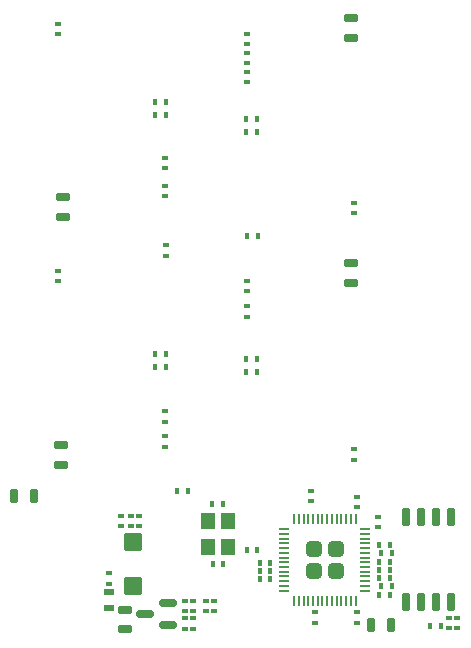
<source format=gbr>
G04 #@! TF.GenerationSoftware,KiCad,Pcbnew,(5.99.0-11678-ga208dac8d8)*
G04 #@! TF.CreationDate,2021-08-12T16:35:17+03:00*
G04 #@! TF.ProjectId,StepperDriverModuleCarrier,53746570-7065-4724-9472-697665724d6f,rev?*
G04 #@! TF.SameCoordinates,Original*
G04 #@! TF.FileFunction,Paste,Top*
G04 #@! TF.FilePolarity,Positive*
%FSLAX46Y46*%
G04 Gerber Fmt 4.6, Leading zero omitted, Abs format (unit mm)*
G04 Created by KiCad (PCBNEW (5.99.0-11678-ga208dac8d8)) date 2021-08-12 16:35:17*
%MOMM*%
%LPD*%
G01*
G04 APERTURE LIST*
G04 Aperture macros list*
%AMRoundRect*
0 Rectangle with rounded corners*
0 $1 Rounding radius*
0 $2 $3 $4 $5 $6 $7 $8 $9 X,Y pos of 4 corners*
0 Add a 4 corners polygon primitive as box body*
4,1,4,$2,$3,$4,$5,$6,$7,$8,$9,$2,$3,0*
0 Add four circle primitives for the rounded corners*
1,1,$1+$1,$2,$3*
1,1,$1+$1,$4,$5*
1,1,$1+$1,$6,$7*
1,1,$1+$1,$8,$9*
0 Add four rect primitives between the rounded corners*
20,1,$1+$1,$2,$3,$4,$5,0*
20,1,$1+$1,$4,$5,$6,$7,0*
20,1,$1+$1,$6,$7,$8,$9,0*
20,1,$1+$1,$8,$9,$2,$3,0*%
G04 Aperture macros list end*
%ADD10RoundRect,0.020000X-0.210000X0.160000X-0.210000X-0.160000X0.210000X-0.160000X0.210000X0.160000X0*%
%ADD11RoundRect,0.030000X-0.150000X-0.200000X0.150000X-0.200000X0.150000X0.200000X-0.150000X0.200000X0*%
%ADD12RoundRect,0.030000X0.150000X0.200000X-0.150000X0.200000X-0.150000X-0.200000X0.150000X-0.200000X0*%
%ADD13RoundRect,0.020000X-0.160000X-0.210000X0.160000X-0.210000X0.160000X0.210000X-0.160000X0.210000X0*%
%ADD14RoundRect,0.005000X-0.345000X0.220000X-0.345000X-0.220000X0.345000X-0.220000X0.345000X0.220000X0*%
%ADD15RoundRect,0.015000X-0.260000X-0.535000X0.260000X-0.535000X0.260000X0.535000X-0.260000X0.535000X0*%
%ADD16RoundRect,0.020000X0.210000X-0.160000X0.210000X0.160000X-0.210000X0.160000X-0.210000X-0.160000X0*%
%ADD17RoundRect,0.015000X-0.535000X0.260000X-0.535000X-0.260000X0.535000X-0.260000X0.535000X0.260000X0*%
%ADD18RoundRect,0.030000X-0.200000X0.150000X-0.200000X-0.150000X0.200000X-0.150000X0.200000X0.150000X0*%
%ADD19RoundRect,0.150000X0.587500X0.150000X-0.587500X0.150000X-0.587500X-0.150000X0.587500X-0.150000X0*%
%ADD20RoundRect,0.020000X0.160000X0.210000X-0.160000X0.210000X-0.160000X-0.210000X0.160000X-0.210000X0*%
%ADD21RoundRect,0.287300X-0.362700X0.362700X-0.362700X-0.362700X0.362700X-0.362700X0.362700X0.362700X0*%
%ADD22RoundRect,0.050000X-0.050000X0.387500X-0.050000X-0.387500X0.050000X-0.387500X0.050000X0.387500X0*%
%ADD23RoundRect,0.050000X-0.387500X0.050000X-0.387500X-0.050000X0.387500X-0.050000X0.387500X0.050000X0*%
%ADD24RoundRect,0.015000X0.535000X-0.260000X0.535000X0.260000X-0.535000X0.260000X-0.535000X-0.260000X0*%
%ADD25RoundRect,0.030000X0.200000X-0.150000X0.200000X0.150000X-0.200000X0.150000X-0.200000X-0.150000X0*%
%ADD26RoundRect,0.220000X-0.560000X0.560000X-0.560000X-0.560000X0.560000X-0.560000X0.560000X0.560000X0*%
%ADD27R,1.200000X1.400000*%
%ADD28RoundRect,0.150000X-0.150000X0.650000X-0.150000X-0.650000X0.150000X-0.650000X0.150000X0.650000X0*%
G04 APERTURE END LIST*
D10*
G04 #@! TO.C,R23*
X113750000Y-99050000D03*
X113750000Y-99950000D03*
G04 #@! TD*
G04 #@! TO.C,R15*
X118550000Y-87450000D03*
X118550000Y-88350000D03*
G04 #@! TD*
D11*
G04 #@! TO.C,C2*
X122500000Y-93200000D03*
X123400000Y-93200000D03*
G04 #@! TD*
D12*
G04 #@! TO.C,C34*
X127450000Y-98150000D03*
X126550000Y-98150000D03*
G04 #@! TD*
D10*
G04 #@! TO.C,R11*
X118550000Y-66200000D03*
X118550000Y-67100000D03*
G04 #@! TD*
D13*
G04 #@! TO.C,R21*
X117700000Y-80500000D03*
X118600000Y-80500000D03*
G04 #@! TD*
D12*
G04 #@! TO.C,C31*
X120450000Y-92100000D03*
X119550000Y-92100000D03*
G04 #@! TD*
D14*
G04 #@! TO.C,D2*
X113750000Y-100625000D03*
X113750000Y-101975000D03*
G04 #@! TD*
D15*
G04 #@! TO.C,C3*
X105775000Y-92450000D03*
X107425000Y-92450000D03*
G04 #@! TD*
D16*
G04 #@! TO.C,R6*
X115650000Y-95050000D03*
X115650000Y-94150000D03*
G04 #@! TD*
D17*
G04 #@! TO.C,C10*
X134250000Y-52025000D03*
X134250000Y-53675000D03*
G04 #@! TD*
D11*
G04 #@! TO.C,C40*
X136650000Y-100850000D03*
X137550000Y-100850000D03*
G04 #@! TD*
D18*
G04 #@! TO.C,C18*
X134500000Y-88550000D03*
X134500000Y-89450000D03*
G04 #@! TD*
D16*
G04 #@! TO.C,R18*
X125450000Y-77300000D03*
X125450000Y-76400000D03*
G04 #@! TD*
D19*
G04 #@! TO.C,U3*
X118737500Y-103450000D03*
X118737500Y-101550000D03*
X116862500Y-102500000D03*
G04 #@! TD*
D18*
G04 #@! TO.C,C33*
X131200000Y-102350000D03*
X131200000Y-103250000D03*
G04 #@! TD*
D10*
G04 #@! TO.C,R7*
X120900000Y-102850000D03*
X120900000Y-103750000D03*
G04 #@! TD*
D11*
G04 #@! TO.C,C9*
X136800000Y-97350000D03*
X137700000Y-97350000D03*
G04 #@! TD*
D20*
G04 #@! TO.C,R8*
X137550000Y-96650000D03*
X136650000Y-96650000D03*
G04 #@! TD*
D21*
G04 #@! TO.C,U1*
X131100000Y-96950000D03*
X133000000Y-96950000D03*
X131100000Y-98850000D03*
X133000000Y-98850000D03*
D22*
X134650000Y-94462500D03*
X134250000Y-94462500D03*
X133850000Y-94462500D03*
X133450000Y-94462500D03*
X133050000Y-94462500D03*
X132650000Y-94462500D03*
X132250000Y-94462500D03*
X131850000Y-94462500D03*
X131450000Y-94462500D03*
X131050000Y-94462500D03*
X130650000Y-94462500D03*
X130250000Y-94462500D03*
X129850000Y-94462500D03*
X129450000Y-94462500D03*
D23*
X128612500Y-95300000D03*
X128612500Y-95700000D03*
X128612500Y-96100000D03*
X128612500Y-96500000D03*
X128612500Y-96900000D03*
X128612500Y-97300000D03*
X128612500Y-97700000D03*
X128612500Y-98100000D03*
X128612500Y-98500000D03*
X128612500Y-98900000D03*
X128612500Y-99300000D03*
X128612500Y-99700000D03*
X128612500Y-100100000D03*
X128612500Y-100500000D03*
D22*
X129450000Y-101337500D03*
X129850000Y-101337500D03*
X130250000Y-101337500D03*
X130650000Y-101337500D03*
X131050000Y-101337500D03*
X131450000Y-101337500D03*
X131850000Y-101337500D03*
X132250000Y-101337500D03*
X132650000Y-101337500D03*
X133050000Y-101337500D03*
X133450000Y-101337500D03*
X133850000Y-101337500D03*
X134250000Y-101337500D03*
X134650000Y-101337500D03*
D23*
X135487500Y-100500000D03*
X135487500Y-100100000D03*
X135487500Y-99700000D03*
X135487500Y-99300000D03*
X135487500Y-98900000D03*
X135487500Y-98500000D03*
X135487500Y-98100000D03*
X135487500Y-97700000D03*
X135487500Y-97300000D03*
X135487500Y-96900000D03*
X135487500Y-96500000D03*
X135487500Y-96100000D03*
X135487500Y-95700000D03*
X135487500Y-95300000D03*
G04 #@! TD*
D18*
G04 #@! TO.C,C14*
X134550000Y-67650000D03*
X134550000Y-68550000D03*
G04 #@! TD*
D12*
G04 #@! TO.C,C22*
X141850000Y-103500000D03*
X140950000Y-103500000D03*
G04 #@! TD*
D13*
G04 #@! TO.C,R2*
X136650000Y-99450000D03*
X137550000Y-99450000D03*
G04 #@! TD*
D18*
G04 #@! TO.C,C23*
X143250000Y-102800000D03*
X143250000Y-103700000D03*
G04 #@! TD*
D24*
G04 #@! TO.C,C11*
X109750000Y-89825000D03*
X109750000Y-88175000D03*
G04 #@! TD*
D17*
G04 #@! TO.C,C12*
X134250000Y-72775000D03*
X134250000Y-74425000D03*
G04 #@! TD*
D13*
G04 #@! TO.C,R19*
X117700000Y-59150000D03*
X118600000Y-59150000D03*
G04 #@! TD*
D10*
G04 #@! TO.C,R16*
X118550000Y-85300000D03*
X118550000Y-86200000D03*
G04 #@! TD*
D16*
G04 #@! TO.C,R17*
X125450000Y-75150000D03*
X125450000Y-74250000D03*
G04 #@! TD*
D20*
G04 #@! TO.C,R20*
X126300000Y-61650000D03*
X125400000Y-61650000D03*
G04 #@! TD*
D16*
G04 #@! TO.C,R5*
X114800000Y-95050000D03*
X114800000Y-94150000D03*
G04 #@! TD*
D20*
G04 #@! TO.C,R1*
X127450000Y-99550000D03*
X126550000Y-99550000D03*
G04 #@! TD*
D24*
G04 #@! TO.C,C6*
X109850000Y-68825000D03*
X109850000Y-67175000D03*
G04 #@! TD*
D25*
G04 #@! TO.C,C8*
X109450000Y-53400000D03*
X109450000Y-52500000D03*
G04 #@! TD*
D13*
G04 #@! TO.C,R24*
X117700000Y-60200000D03*
X118600000Y-60200000D03*
G04 #@! TD*
D18*
G04 #@! TO.C,C29*
X120200000Y-101350000D03*
X120200000Y-102250000D03*
G04 #@! TD*
D20*
G04 #@! TO.C,R4*
X126350000Y-97050000D03*
X125450000Y-97050000D03*
G04 #@! TD*
D18*
G04 #@! TO.C,C20*
X118600000Y-71250000D03*
X118600000Y-72150000D03*
G04 #@! TD*
G04 #@! TO.C,C27*
X122700000Y-101350000D03*
X122700000Y-102250000D03*
G04 #@! TD*
D17*
G04 #@! TO.C,C28*
X115150000Y-102125000D03*
X115150000Y-103775000D03*
G04 #@! TD*
D18*
G04 #@! TO.C,C21*
X125450000Y-53350000D03*
X125450000Y-54250000D03*
G04 #@! TD*
D13*
G04 #@! TO.C,R3*
X136650000Y-98750000D03*
X137550000Y-98750000D03*
G04 #@! TD*
D16*
G04 #@! TO.C,R9*
X136550000Y-95150000D03*
X136550000Y-94250000D03*
G04 #@! TD*
D11*
G04 #@! TO.C,C38*
X136650000Y-98050000D03*
X137550000Y-98050000D03*
G04 #@! TD*
D10*
G04 #@! TO.C,R10*
X122000000Y-101350000D03*
X122000000Y-102250000D03*
G04 #@! TD*
D26*
G04 #@! TO.C,D1*
X115850000Y-100100000D03*
X115850000Y-96400000D03*
G04 #@! TD*
D25*
G04 #@! TO.C,C35*
X130900000Y-92950000D03*
X130900000Y-92050000D03*
G04 #@! TD*
G04 #@! TO.C,C25*
X116350000Y-95050000D03*
X116350000Y-94150000D03*
G04 #@! TD*
D12*
G04 #@! TO.C,C5*
X123450000Y-98250000D03*
X122550000Y-98250000D03*
G04 #@! TD*
D11*
G04 #@! TO.C,C37*
X125500000Y-70500000D03*
X126400000Y-70500000D03*
G04 #@! TD*
D18*
G04 #@! TO.C,C26*
X120200000Y-102850000D03*
X120200000Y-103750000D03*
G04 #@! TD*
D20*
G04 #@! TO.C,R27*
X126300000Y-80900000D03*
X125400000Y-80900000D03*
G04 #@! TD*
D13*
G04 #@! TO.C,R26*
X117700000Y-81600000D03*
X118600000Y-81600000D03*
G04 #@! TD*
D16*
G04 #@! TO.C,R14*
X125450000Y-57450000D03*
X125450000Y-56550000D03*
G04 #@! TD*
D20*
G04 #@! TO.C,R22*
X126300000Y-81950000D03*
X125400000Y-81950000D03*
G04 #@! TD*
D16*
G04 #@! TO.C,R13*
X125450000Y-55850000D03*
X125450000Y-54950000D03*
G04 #@! TD*
D20*
G04 #@! TO.C,R25*
X126300000Y-60550000D03*
X125400000Y-60550000D03*
G04 #@! TD*
D27*
G04 #@! TO.C,Y1*
X122150000Y-94600000D03*
X122150000Y-96800000D03*
X123850000Y-96800000D03*
X123850000Y-94600000D03*
G04 #@! TD*
D25*
G04 #@! TO.C,C16*
X109450000Y-74300000D03*
X109450000Y-73400000D03*
G04 #@! TD*
D10*
G04 #@! TO.C,R12*
X118550000Y-63850000D03*
X118550000Y-64750000D03*
G04 #@! TD*
D18*
G04 #@! TO.C,C32*
X134750000Y-102350000D03*
X134750000Y-103250000D03*
G04 #@! TD*
G04 #@! TO.C,C30*
X120900000Y-101350000D03*
X120900000Y-102250000D03*
G04 #@! TD*
D11*
G04 #@! TO.C,C4*
X136800000Y-100150000D03*
X137700000Y-100150000D03*
G04 #@! TD*
D28*
G04 #@! TO.C,U2*
X142755000Y-94250000D03*
X141485000Y-94250000D03*
X140215000Y-94250000D03*
X138945000Y-94250000D03*
X138945000Y-101450000D03*
X140215000Y-101450000D03*
X141485000Y-101450000D03*
X142755000Y-101450000D03*
G04 #@! TD*
D15*
G04 #@! TO.C,C19*
X135975000Y-103450000D03*
X137625000Y-103450000D03*
G04 #@! TD*
D25*
G04 #@! TO.C,C36*
X134800000Y-93450000D03*
X134800000Y-92550000D03*
G04 #@! TD*
D12*
G04 #@! TO.C,C1*
X127450000Y-98850000D03*
X126550000Y-98850000D03*
G04 #@! TD*
D18*
G04 #@! TO.C,C24*
X142550000Y-102800000D03*
X142550000Y-103700000D03*
G04 #@! TD*
M02*

</source>
